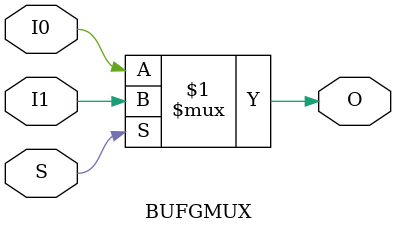
<source format=sv>
module BUFGMUX(input logic I1, input logic I0, input logic S, output logic O);

  assign O = S ? I1 : I0;
endmodule

</source>
